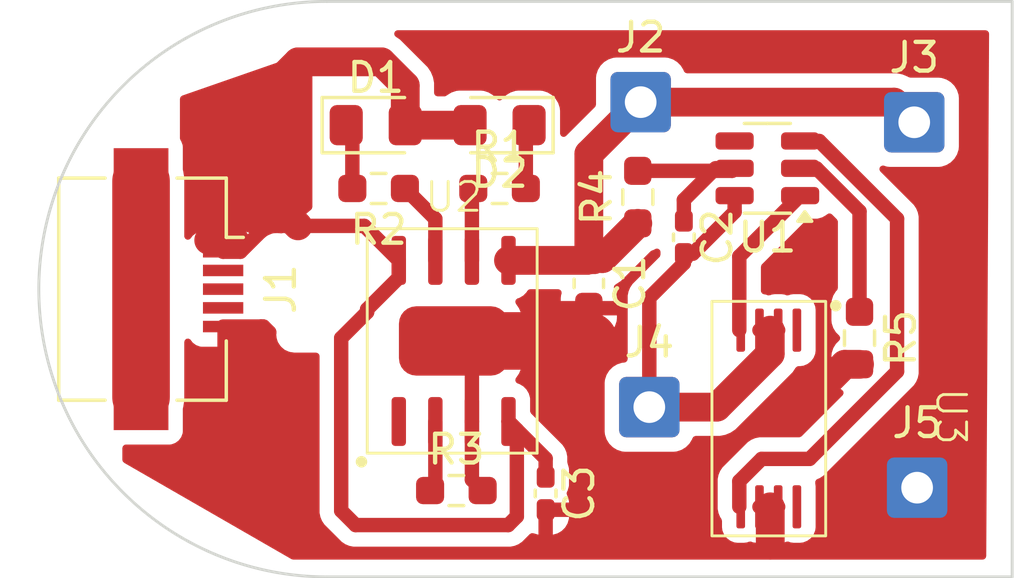
<source format=kicad_pcb>
(kicad_pcb (version 20240108) (generator "pcbnew") (generator_version "8.0")
  (layers (0 "F.Cu" signal) (31 "B.Cu" signal) (34 "B.Paste" user) (35 "F.Paste" user) (36 "B.SilkS" user "B.Silkscreen") (37 "F.SilkS" user "F.Silkscreen") (38 "B.Mask" user) (39 "F.Mask" user) (44 "Edge.Cuts" user))
  (net 0 "")
  (net 1 "Net-(J2-Pin_1)")
  (net 2 "GND")
  (net 3 "Net-(J4-Pin_1)")
  (net 4 "Net-(U1-VDD)")
  (net 5 "/VCC")
  (net 6 "Net-(D1-K)")
  (net 7 "Net-(D2-K)")
  (net 9 "/GND_SHIELD")
  (net 12 "Net-(U2-STAT2)")
  (net 13 "Net-(U2-STAT1)")
  (net 14 "Net-(U2-ISET)")
  (net 15 "Net-(U1-VM)")
  (net 17 "Net-(U1-CO)")
  (net 18 "Net-(U1-DO)")
  (footprint "Resistor_SMD:R_0603_1608Metric_Pad0.98x0.95mm_HandSolder" (layer "F.Cu") (at 121.8 106.5 180)
    (property "Reference" "R2" (at 0 -1.43 180) (layer "F.SilkS"))
    (property "Value" "1k")
    (fp_line (start -0.254724 0.5225) (end 0.254724 0.5225) (stroke (width 0.12)) (layer "F.SilkS"))
    (fp_line (start -0.254724 -0.5225) (end 0.254724 -0.5225) (stroke (width 0.12)) (layer "F.SilkS"))
    (pad "1" smd roundrect (at -0.9125 0 180) (size 0.975 0.95) (layers "F.Cu" "F.Paste" "F.Mask") (net 13 "Net-(U2-STAT1)"))
    (pad "2" smd roundrect (at 0.9125 0 180) (size 0.975 0.95) (layers "F.Cu" "F.Paste" "F.Mask") (net 6 "Net-(D1-K)"))
  )
  (footprint "Resistor_SMD:R_0603_1608Metric_Pad0.98x0.95mm_HandSolder" (layer "F.Cu") (at 126 106.5)
    (property "Reference" "R1" (at 0 -1.43 0) (layer "F.SilkS"))
    (property "Value" "1k")
    (fp_line (start -0.254724 -0.5225) (end 0.254724 -0.5225) (stroke (width 0.12)) (layer "F.SilkS"))
    (fp_line (start -0.254724 0.5225) (end 0.254724 0.5225) (stroke (width 0.12)) (layer "F.SilkS"))
    (pad "1" smd roundrect (at -0.9125 0) (size 0.975 0.95) (layers "F.Cu" "F.Paste" "F.Mask") (net 12 "Net-(U2-STAT2)"))
    (pad "2" smd roundrect (at 0.9125 0) (size 0.975 0.95) (layers "F.Cu" "F.Paste" "F.Mask") (net 7 "Net-(D2-K)"))
  )
  (footprint "Capacitor_SMD:C_0402_1005Metric_Pad0.74x0.62mm_HandSolder" (layer "F.Cu") (at 132.4 108.2 -90)
    (property "Reference" "C2" (at 0 -1.16 90) (layer "F.SilkS"))
    (property "Value" "0.1u")
    (fp_line (start -0.115835 0.36) (end 0.115835 0.36) (stroke (width 0.12)) (layer "F.SilkS"))
    (fp_line (start -0.115835 -0.36) (end 0.115835 -0.36) (stroke (width 0.12)) (layer "F.SilkS"))
    (pad "1" smd roundrect (at -0.5675 0 270) (size 0.735 0.62) (layers "F.Cu" "F.Paste" "F.Mask") (net 4 "Net-(U1-VDD)"))
    (pad "2" smd roundrect (at 0.5675 0 270) (size 0.735 0.62) (layers "F.Cu" "F.Paste" "F.Mask") (net 3 "Net-(J4-Pin_1)"))
  )
  (footprint "Connector_Wire:SolderWire-0.5sqmm_1x01_D0.9mm_OD2.1mm" (layer "F.Cu") (at 140.4 104.2)
    (property "Reference" "J3" (at 0 -2.25 0) (layer "F.SilkS"))
    (property "Value" "BATTERY+")
    (pad "1" thru_hole roundrect (at 0 0) (size 2.1 2.1) (drill 1.1) (layers "*.Cu" "*.Mask") (roundrect_rratio 0.119048) (net 1 "Net-(J2-Pin_1)"))
  )
  (footprint "Connector_USB:USB_Micro-B_Amphenol_10104110_Horizontal" (layer "F.Cu") (at 114.85 110 -90)
    (property "Reference" "J1" (at 0 -3.55 90) (layer "F.SilkS"))
    (property "Value" "USB_B_Micro")
    (fp_line (start -3.86 4.16) (end 3.86 4.16) (stroke (width 0.12)) (layer "F.SilkS"))
    (fp_line (start -3.86 4.16) (end -3.86 2.55) (stroke (width 0.12)) (layer "F.SilkS"))
    (fp_line (start 3.86 4.16) (end 3.86 2.55) (stroke (width 0.12)) (layer "F.SilkS"))
    (fp_line (start -3.86 0.05) (end -3.86 -1.66) (stroke (width 0.12)) (layer "F.SilkS"))
    (fp_line (start 3.86 0.05) (end 3.86 -1.66) (stroke (width 0.12)) (layer "F.SilkS"))
    (fp_line (start -3.86 -1.66) (end -1.8 -1.66) (stroke (width 0.12)) (layer "F.SilkS"))
    (fp_line (start -1.8 -1.66) (end -1.8 -2.25) (stroke (width 0.12)) (layer "F.SilkS"))
    (fp_line (start 3.86 -1.66) (end 1.8 -1.66) (stroke (width 0.12)) (layer "F.SilkS"))
    (pad "1" smd rect (at -1.3 -1.55 270) (size 0.4 1.4) (layers "F.Cu" "F.Paste" "F.Mask") (net 5 "/VCC"))
    (pad "2" smd rect (at -0.65 -1.55 270) (size 0.4 1.4) (layers "F.Cu" "F.Paste" "F.Mask"))
    (pad "3" smd rect (at 0 -1.55 270) (size 0.4 1.4) (layers "F.Cu" "F.Paste" "F.Mask"))
    (pad "4" smd rect (at 0.65 -1.55 270) (size 0.4 1.4) (layers "F.Cu" "F.Paste" "F.Mask"))
    (pad "5" smd rect (at 1.3 -1.55 270) (size 0.4 1.4) (layers "F.Cu" "F.Paste" "F.Mask") (net 2 "GND"))
    (pad "6" smd rect (at -3.75 1.3 270) (size 2.3 1.9) (layers "F.Cu" "F.Paste" "F.Mask") (net 9 "/GND_SHIELD"))
    (pad "6" smd rect (at -1.15 1.3 270) (size 1.8 1.9) (layers "F.Cu" "F.Paste" "F.Mask") (net 9 "/GND_SHIELD"))
    (pad "6" smd rect (at 1.15 1.3 270) (size 1.8 1.9) (layers "F.Cu" "F.Paste" "F.Mask") (net 9 "/GND_SHIELD"))
    (pad "6" smd rect (at 3.75 1.3 270) (size 2.3 1.9) (layers "F.Cu" "F.Paste" "F.Mask") (net 9 "/GND_SHIELD"))
  )
  (footprint "Connector_Wire:SolderWire-0.5sqmm_1x01_D0.9mm_OD2.1mm" (layer "F.Cu") (at 140.5 116.9)
    (property "Reference" "J5" (at 0 -2.25 0) (layer "F.SilkS"))
    (property "Value" "OUT-")
    (pad "1" thru_hole roundrect (at 0 0) (size 2.1 2.1) (drill 1.1) (layers "*.Cu" "*.Mask") (roundrect_rratio 0.119048) (net 2 "GND"))
  )
  (footprint "Capacitor_SMD:C_0603_1608Metric_Pad1.08x0.95mm_HandSolder" (layer "F.Cu") (at 129.1 109.8 -90)
    (property "Reference" "C1" (at 0 -1.43 90) (layer "F.SilkS"))
    (property "Value" "10u")
    (fp_line (start -0.146267 0.51) (end 0.146267 0.51) (stroke (width 0.12)) (layer "F.SilkS"))
    (fp_line (start -0.146267 -0.51) (end 0.146267 -0.51) (stroke (width 0.12)) (layer "F.SilkS"))
    (pad "1" smd roundrect (at -0.8625 0 270) (size 1.075 0.95) (layers "F.Cu" "F.Paste" "F.Mask") (net 1 "Net-(J2-Pin_1)"))
    (pad "2" smd roundrect (at 0.8625 0 270) (size 1.075 0.95) (layers "F.Cu" "F.Paste" "F.Mask") (net 2 "GND"))
  )
  (footprint "Package_TO_SOT_SMD:SOT-23-6" (layer "F.Cu") (at 135.3 105.8 180)
    (property "Reference" "U1" (at 0 -2.4 180) (layer "F.SilkS"))
    (property "Value" "AP9101CK6")
    (fp_line (start 0 1.56) (end 0.8 1.56) (stroke (width 0.12)) (layer "F.SilkS"))
    (fp_line (start 0 1.56) (end -0.8 1.56) (stroke (width 0.12)) (layer "F.SilkS"))
    (fp_line (start 0 -1.56) (end 0.8 -1.56) (stroke (width 0.12)) (layer "F.SilkS"))
    (fp_line (start 0 -1.56) (end -0.8 -1.56) (stroke (width 0.12)) (layer "F.SilkS"))
    (fp_poly (pts (xy -1.3 -1.51) (xy -1.54 -1.84) (xy -1.06 -1.84) (xy -1.3 -1.51)) (stroke (width 0.12)) (fill solid) (layer "F.SilkS"))
    (pad "1" smd roundrect (at -1.1375 -0.95 180) (size 1.325 0.6) (layers "F.Cu" "F.Paste" "F.Mask") (net 18 "Net-(U1-DO)"))
    (pad "2" smd roundrect (at -1.1375 0 180) (size 1.325 0.6) (layers "F.Cu" "F.Paste" "F.Mask") (net 15 "Net-(U1-VM)"))
    (pad "3" smd roundrect (at -1.1375 0.95 180) (size 1.325 0.6) (layers "F.Cu" "F.Paste" "F.Mask") (net 17 "Net-(U1-CO)"))
    (pad "4" smd roundrect (at 1.1375 0.95 180) (size 1.325 0.6) (layers "F.Cu" "F.Paste" "F.Mask"))
    (pad "5" smd roundrect (at 1.1375 0 180) (size 1.325 0.6) (layers "F.Cu" "F.Paste" "F.Mask") (net 4 "Net-(U1-VDD)"))
    (pad "6" smd roundrect (at 1.1375 -0.95 180) (size 1.325 0.6) (layers "F.Cu" "F.Paste" "F.Mask") (net 3 "Net-(J4-Pin_1)"))
  )
  (footprint "TP4056:TP4056" (layer "F.Cu") (at 124.405 111.8)
    (property "Reference" "U2" (at 0 -5 0) (layer "F.SilkS") (effects (font (thickness 0.1))))
    (property "Value" "TP4056" (hide yes))
    (fp_line (start -3 -3.9) (end -2.9 -3.9) (stroke (width 0.1)) (layer "F.SilkS"))
    (fp_line (start -3 3.9) (end -3 -3.9) (stroke (width 0.1)) (layer "F.SilkS"))
    (fp_line (start -2.9 -3.9) (end -2.7 -3.9) (stroke (width 0.1)) (layer "F.SilkS"))
    (fp_line (start -2.9 -3.9) (end 2.9 -3.9) (stroke (width 0.1)) (layer "F.SilkS"))
    (fp_line (start 2.9 -3.9) (end 2.9 3.9) (stroke (width 0.1)) (layer "F.SilkS"))
    (fp_line (start 2.9 3.9) (end -3 3.9) (stroke (width 0.1)) (layer "F.SilkS"))
    (fp_circle (center -3.2 4.2) (end -3.1 4.2) (stroke (width 0.2)) (fill none) (layer "F.SilkS"))
    (pad "1" smd roundrect (at -1.905 2.8) (size 0.5 1.7) (layers "F.Cu" "F.Paste" "F.Mask"))
    (pad "2" smd roundrect (at -0.635 2.8) (size 0.5 1.7) (layers "F.Cu" "F.Paste" "F.Mask") (net 14 "Net-(U2-ISET)"))
    (pad "3" smd roundrect (at 0.635 2.8) (size 0.5 1.7) (layers "F.Cu" "F.Paste" "F.Mask") (net 2 "GND"))
    (pad "4" smd roundrect (at 1.905 2.8) (size 0.5 1.7) (layers "F.Cu" "F.Paste" "F.Mask") (net 5 "/VCC"))
    (pad "5" smd roundrect (at 1.905 -2.8) (size 0.5 1.7) (layers "F.Cu" "F.Paste" "F.Mask") (net 1 "Net-(J2-Pin_1)"))
    (pad "6" smd roundrect (at 0.635 -2.8) (size 0.5 1.7) (layers "F.Cu" "F.Paste" "F.Mask") (net 12 "Net-(U2-STAT2)"))
    (pad "7" smd roundrect (at -0.635 -2.8) (size 0.5 1.7) (layers "F.Cu" "F.Paste" "F.Mask") (net 13 "Net-(U2-STAT1)"))
    (pad "8" smd roundrect (at -1.905 -2.8) (size 0.5 1.7) (layers "F.Cu" "F.Paste" "F.Mask") (net 5 "/VCC"))
    (pad "9" smd roundrect (at 0 0) (size 3.8 2.41) (layers "F.Cu" "F.Paste" "F.Mask") (net 2 "GND"))
  )
  (footprint "Diode_SMD:D_0805_2012Metric_Pad1.15x1.40mm_HandSolder" (layer "F.Cu") (at 126 104.3 180)
    (property "Reference" "D2" (at 0 -1.65 180) (layer "F.SilkS"))
    (property "Value" "D")
    (fp_line (start 1 -0.96) (end -1.86 -0.96) (stroke (width 0.12)) (layer "F.SilkS"))
    (fp_line (start -1.86 0.96) (end 1 0.96) (stroke (width 0.12)) (layer "F.SilkS"))
    (fp_line (start -1.86 -0.96) (end -1.86 0.96) (stroke (width 0.12)) (layer "F.SilkS"))
    (pad "1" smd roundrect (at -1.025 0 180) (size 1.15 1.4) (layers "F.Cu" "F.Paste" "F.Mask") (roundrect_rratio 0.217391) (net 7 "Net-(D2-K)"))
    (pad "2" smd roundrect (at 1.025 0 180) (size 1.15 1.4) (layers "F.Cu" "F.Paste" "F.Mask") (roundrect_rratio 0.217391) (net 5 "/VCC"))
  )
  (footprint "8205A:8205A" (layer "F.Cu") (at 136.325 111.425 -90)
    (property "Reference" "U3" (at 3 -5.35 -90) (layer "F.SilkS") (effects (font (thickness 0.1))))
    (property "Value" "8205A")
    (fp_rect (start -1 -1) (end 7.15 2.95) (stroke (width 0.1)) (fill none) (layer "F.SilkS"))
    (fp_circle (center -0.85 -1.35) (end -0.75 -1.35) (stroke (width 0.2)) (fill none) (layer "F.SilkS"))
    (pad "1" smd roundrect (at 0 0 270) (size 1.5 0.3) (layers "F.Cu" "F.Paste" "F.Mask"))
    (pad "2" smd roundrect (at 0 0.65 270) (size 1.5 0.3) (layers "F.Cu" "F.Paste" "F.Mask") (net 3 "Net-(J4-Pin_1)"))
    (pad "3" smd roundrect (at 0 1.3 270) (size 1.5 0.3) (layers "F.Cu" "F.Paste" "F.Mask") (net 3 "Net-(J4-Pin_1)"))
    (pad "4" smd roundrect (at 0 1.95 270) (size 1.5 0.3) (layers "F.Cu" "F.Paste" "F.Mask") (net 18 "Net-(U1-DO)"))
    (pad "5" smd roundrect (at 6.14 1.95 270) (size 1.5 0.3) (layers "F.Cu" "F.Paste" "F.Mask") (net 17 "Net-(U1-CO)"))
    (pad "6" smd roundrect (at 6.14 1.3 270) (size 1.5 0.3) (layers "F.Cu" "F.Paste" "F.Mask") (net 2 "GND"))
    (pad "7" smd roundrect (at 6.14 0.65 270) (size 1.5 0.3) (layers "F.Cu" "F.Paste" "F.Mask") (net 2 "GND"))
    (pad "8" smd roundrect (at 6.14 0 270) (size 1.5 0.3) (layers "F.Cu" "F.Paste" "F.Mask"))
  )
  (footprint "Capacitor_SMD:C_0402_1005Metric_Pad0.74x0.62mm_HandSolder" (layer "F.Cu") (at 127.6 117.1 -90)
    (property "Reference" "C3" (at 0 -1.16 90) (layer "F.SilkS"))
    (property "Value" "10u")
    (fp_line (start -0.115835 0.36) (end 0.115835 0.36) (stroke (width 0.12)) (layer "F.SilkS"))
    (fp_line (start -0.115835 -0.36) (end 0.115835 -0.36) (stroke (width 0.12)) (layer "F.SilkS"))
    (pad "1" smd roundrect (at -0.5675 0 270) (size 0.735 0.62) (layers "F.Cu" "F.Paste" "F.Mask") (net 5 "/VCC"))
    (pad "2" smd roundrect (at 0.5675 0 270) (size 0.735 0.62) (layers "F.Cu" "F.Paste" "F.Mask") (net 2 "GND"))
  )
  (footprint "Connector_Wire:SolderWire-0.5sqmm_1x01_D0.9mm_OD2.1mm" (layer "F.Cu") (at 130.9 103.5)
    (property "Reference" "J2" (at 0 -2.25 0) (layer "F.SilkS"))
    (property "Value" "OUT+")
    (pad "1" thru_hole roundrect (at 0 0) (size 2.1 2.1) (drill 1.1) (layers "*.Cu" "*.Mask") (roundrect_rratio 0.119048) (net 1 "Net-(J2-Pin_1)"))
  )
  (footprint "Connector_Wire:SolderWire-0.5sqmm_1x01_D0.9mm_OD2.1mm" (layer "F.Cu") (at 131.2 114.1)
    (property "Reference" "J4" (at 0 -2.25 0) (layer "F.SilkS"))
    (property "Value" "BATTERY-")
    (pad "1" thru_hole roundrect (at 0 0) (size 2.1 2.1) (drill 1.1) (layers "*.Cu" "*.Mask") (roundrect_rratio 0.119048) (net 3 "Net-(J4-Pin_1)"))
  )
  (footprint "Resistor_SMD:R_0603_1608Metric_Pad0.98x0.95mm_HandSolder" (layer "F.Cu") (at 130.8 106.8 90)
    (property "Reference" "R4" (at 0 -1.43 -90) (layer "F.SilkS"))
    (property "Value" "100")
    (fp_line (start -0.254724 -0.5225) (end 0.254724 -0.5225) (stroke (width 0.12)) (layer "F.SilkS"))
    (fp_line (start -0.254724 0.5225) (end 0.254724 0.5225) (stroke (width 0.12)) (layer "F.SilkS"))
    (pad "1" smd roundrect (at -0.9125 0 90) (size 0.975 0.95) (layers "F.Cu" "F.Paste" "F.Mask") (net 1 "Net-(J2-Pin_1)"))
    (pad "2" smd roundrect (at 0.9125 0 90) (size 0.975 0.95) (layers "F.Cu" "F.Paste" "F.Mask") (net 4 "Net-(U1-VDD)"))
  )
  (footprint "Resistor_SMD:R_0603_1608Metric_Pad0.98x0.95mm_HandSolder" (layer "F.Cu") (at 124.5 117)
    (property "Reference" "R3" (at 0 -1.43 0) (layer "F.SilkS"))
    (property "Value" "1.2k")
    (fp_line (start -0.254724 -0.5225) (end 0.254724 -0.5225) (stroke (width 0.12)) (layer "F.SilkS"))
    (fp_line (start -0.254724 0.5225) (end 0.254724 0.5225) (stroke (width 0.12)) (layer "F.SilkS"))
    (pad "1" smd roundrect (at -0.9125 0) (size 0.975 0.95) (layers "F.Cu" "F.Paste" "F.Mask") (net 14 "Net-(U2-ISET)"))
    (pad "2" smd roundrect (at 0.9125 0) (size 0.975 0.95) (layers "F.Cu" "F.Paste" "F.Mask") (net 2 "GND"))
  )
  (footprint "Diode_SMD:D_0805_2012Metric_Pad1.15x1.40mm_HandSolder" (layer "F.Cu") (at 121.7 104.3)
    (property "Reference" "D1" (at 0 -1.65 0) (layer "F.SilkS"))
    (property "Value" "D")
    (fp_line (start -1.86 -0.96) (end -1.86 0.96) (stroke (width 0.12)) (layer "F.SilkS"))
    (fp_line (start -1.86 0.96) (end 1 0.96) (stroke (width 0.12)) (layer "F.SilkS"))
    (fp_line (start 1 -0.96) (end -1.86 -0.96) (stroke (width 0.12)) (layer "F.SilkS"))
    (pad "1" smd roundrect (at -1.025 0) (size 1.15 1.4) (layers "F.Cu" "F.Paste" "F.Mask") (roundrect_rratio 0.217391) (net 6 "Net-(D1-K)"))
    (pad "2" smd roundrect (at 1.025 0) (size 1.15 1.4) (layers "F.Cu" "F.Paste" "F.Mask") (roundrect_rratio 0.217391) (net 5 "/VCC"))
  )
  (footprint "Resistor_SMD:R_0603_1608Metric_Pad0.98x0.95mm_HandSolder" (layer "F.Cu") (at 138.5 111.7 -90)
    (property "Reference" "R5" (at 0 -1.43 90) (layer "F.SilkS"))
    (property "Value" "1k")
    (fp_line (start -0.254724 0.5225) (end 0.254724 0.5225) (stroke (width 0.12)) (layer "F.SilkS"))
    (fp_line (start -0.254724 -0.5225) (end 0.254724 -0.5225) (stroke (width 0.12)) (layer "F.SilkS"))
    (pad "1" smd roundrect (at -0.9125 0 270) (size 0.975 0.95) (layers "F.Cu" "F.Paste" "F.Mask") (net 15 "Net-(U1-VM)"))
    (pad "2" smd roundrect (at 0.9125 0 270) (size 0.975 0.95) (layers "F.Cu" "F.Paste" "F.Mask") (net 2 "GND"))
  )
  (gr_line (start 120 100) (end 143.8 100) (stroke (width 0.1)) (layer "Edge.Cuts"))
  (gr_line (start 120 120) (end 143.8 120) (stroke (width 0.1)) (layer "Edge.Cuts"))
  (gr_arc (start 120 120) (mid 110 110) (end 120 100) (stroke (width 0.1)) (layer "Edge.Cuts"))
  (gr_line (start 143.8 120) (end 143.8 100) (stroke (width 0.1)) (layer "Edge.Cuts"))
  (segment (start 129.0375 109) (end 129.1 108.9375) (width 1) (layer "F.Cu") (net 1))
  (segment (start 130.9 103.5) (end 129.1 105.3) (width 1) (layer "F.Cu") (net 1))
  (segment (start 129.575 108.9375) (end 130.8 107.7125) (width 1) (layer "F.Cu") (net 1))
  (segment (start 130.9 103.5) (end 139.7 103.5) (width 1) (layer "F.Cu") (net 1))
  (segment (start 139.7 103.5) (end 140.4 104.2) (width 1) (layer "F.Cu") (net 1))
  (segment (start 129.1 108.9375) (end 129.575 108.9375) (width 1) (layer "F.Cu") (net 1))
  (segment (start 129.1 105.3) (end 129.1 108.9375) (width 1) (layer "F.Cu") (net 1))
  (segment (start 126.31 109) (end 129.0375 109) (width 1) (layer "F.Cu") (net 1))
  (segment (start 139.6 117.7) (end 141.7 117.7) (width 2) (layer "F.Cu") (net 2))
  (segment (start 135.025 117.565) (end 135.4 117.565) (width 0.5) (layer "F.Cu") (net 2))
  (segment (start 137.9875 112.6125) (end 137 113.6) (width 1) (layer "F.Cu") (net 2))
  (segment (start 116.6 111.9) (end 117 111.5) (width 0.5) (layer "F.Cu") (net 2))
  (segment (start 135.4 117.565) (end 135.4 118.9) (width 1) (layer "F.Cu") (net 2))
  (segment (start 125.04 112.435) (end 124.405 111.8) (width 0.5) (layer "F.Cu") (net 2))
  (segment (start 125.04 114.6) (end 125.04 116.6275) (width 0.5) (layer "F.Cu") (net 2))
  (segment (start 116.4 111.3) (end 117.8 111.3) (width 0.5) (layer "F.Cu") (net 2))
  (segment (start 141.7 116.1) (end 141.8 116) (width 2) (layer "F.Cu") (net 2))
  (segment (start 135.4 118.9) (end 135.3 119) (width 0.5) (layer "F.Cu") (net 2))
  (segment (start 117.8 111.9) (end 116.6 111.9) (width 0.5) (layer "F.Cu") (net 2))
  (segment (start 118 111.5) (end 117 111.5) (width 0.5) (layer "F.Cu") (net 2))
  (segment (start 137 113.6) (end 137.35 113.25) (width 1) (layer "F.Cu") (net 2))
  (segment (start 124.405 111.8) (end 129.1 111.8) (width 2) (layer "F.Cu") (net 2))
  (segment (start 125.04 116.6275) (end 125.4125 117) (width 0.5) (layer "F.Cu") (net 2))
  (segment (start 127.8 111.8) (end 128 112) (width 0.5) (layer "F.Cu") (net 2))
  (segment (start 117.8 111.3) (end 118 111.5) (width 0.5) (layer "F.Cu") (net 2))
  (segment (start 139.6 116) (end 140.5 116.9) (width 2) (layer "F.Cu") (net 2))
  (segment (start 141.8 116) (end 139.6 116) (width 2) (layer "F.Cu") (net 2))
  (segment (start 141.7 117.7) (end 141.7 116.1) (width 2) (layer "F.Cu") (net 2))
  (segment (start 125.04 114.6) (end 125.04 112.435) (width 0.5) (layer "F.Cu") (net 2))
  (segment (start 138.5 112.6125) (end 137.9875 112.6125) (width 1) (layer "F.Cu") (net 2))
  (segment (start 135.4 117.565) (end 135.675 117.565) (width 0.5) (layer "F.Cu") (net 2))
  (segment (start 132.4 109.1) (end 131.2 110.3) (width 0.5) (layer "F.Cu") (net 3))
  (segment (start 133.548094 114.1) (end 135.4 112.248094) (width 1) (layer "F.Cu") (net 3))
  (segment (start 132.71 108.7675) (end 132.4 108.7675) (width 0.5) (layer "F.Cu") (net 3))
  (segment (start 131.2 110.3) (end 131.2 114.1) (width 0.5) (layer "F.Cu") (net 3))
  (segment (start 134.1625 106.75) (end 134.1625 107.315) (width 0.5) (layer "F.Cu") (net 3))
  (segment (start 134.1625 107.315) (end 132.71 108.7675) (width 0.5) (layer "F.Cu") (net 3))
  (segment (start 135.4 111.425) (end 135.675 111.425) (width 0.5) (layer "F.Cu") (net 3))
  (segment (start 131.2 114.1) (end 133.548094 114.1) (width 1) (layer "F.Cu") (net 3))
  (segment (start 135.025 111.425) (end 135.4 111.425) (width 0.5) (layer "F.Cu") (net 3))
  (segment (start 132.4 108.7675) (end 132.4 109.1) (width 0.5) (layer "F.Cu") (net 3))
  (segment (start 135.4 112.248094) (end 135.4 111.425) (width 1) (layer "F.Cu") (net 3))
  (segment (start 134.075 105.8875) (end 134.1625 105.8) (width 0.5) (layer "F.Cu") (net 4))
  (segment (start 130.8 105.8875) (end 134.075 105.8875) (width 0.5) (layer "F.Cu") (net 4))
  (segment (start 132.4 106.900001) (end 133.500001 105.8) (width 0.5) (layer "F.Cu") (net 4))
  (segment (start 132.4 107.6325) (end 132.4 106.900001) (width 0.5) (layer "F.Cu") (net 4))
  (segment (start 133.500001 105.8) (end 134.1625 105.8) (width 0.5) (layer "F.Cu") (net 4))
  (segment (start 118.5 102.6) (end 118.5 107.3) (width 1) (layer "F.Cu") (net 5))
  (segment (start 116.8 108.3) (end 116.4 108.7) (width 0.5) (layer "F.Cu") (net 5))
  (segment (start 122.5 109) (end 122.5 109.6) (width 0.5) (layer "F.Cu") (net 5))
  (segment (start 126.3 118.2) (end 126.6 117.9) (width 0.5) (layer "F.Cu") (net 5))
  (segment (start 115.9 108.3) (end 116.8 108.3) (width 1) (layer "F.Cu") (net 5))
  (segment (start 122.725 104.3) (end 122.725 102.925) (width 1) (layer "F.Cu") (net 5))
  (segment (start 120.5 111.7) (end 120.5 117.7) (width 0.5) (layer "F.Cu") (net 5))
  (segment (start 127.6 116.5325) (end 127.6 115.89) (width 0.5) (layer "F.Cu") (net 5))
  (segment (start 122.725 102.925) (end 121.9 102.1) (width 1) (layer "F.Cu") (net 5))
  (segment (start 121 118.2) (end 126.3 118.2) (width 0.5) (layer "F.Cu") (net 5))
  (segment (start 116.4 108.7) (end 117 108.7) (width 0.5) (layer "F.Cu") (net 5))
  (segment (start 121.4 110.8) (end 120.5 111.7) (width 0.5) (layer "F.Cu") (net 5))
  (segment (start 117 108.7) (end 117.9 107.8) (width 0.5) (layer "F.Cu") (net 5))
  (segment (start 118.5 107.3) (end 119 107.8) (width 1) (layer "F.Cu") (net 5))
  (segment (start 122.5 109.6) (end 121.4 110.7) (width 0.5) (layer "F.Cu") (net 5))
  (segment (start 121.9 102.1) (end 119 102.1) (width 1) (layer "F.Cu") (net 5))
  (segment (start 124.975 104.3) (end 122.725 104.3) (width 1) (layer "F.Cu") (net 5))
  (segment (start 126.6 114.89) (end 126.31 114.6) (width 0.5) (layer "F.Cu") (net 5))
  (segment (start 120.5 117.7) (end 121 118.2) (width 0.5) (layer "F.Cu") (net 5))
  (segment (start 121.3 107.8) (end 122.5 109) (width 0.5) (layer "F.Cu") (net 5))
  (segment (start 127.6 115.89) (end 126.31 114.6) (width 0.5) (layer "F.Cu") (net 5))
  (segment (start 119 102.1) (end 118.5 102.6) (width 1) (layer "F.Cu") (net 5))
  (segment (start 126.6 117.9) (end 126.6 114.89) (width 0.5) (layer "F.Cu") (net 5))
  (segment (start 117.9 107.8) (end 119 107.8) (width 0.5) (layer "F.Cu") (net 5))
  (segment (start 119 107.8) (end 121.3 107.8) (width 0.5) (layer "F.Cu") (net 5))
  (segment (start 121.4 110.7) (end 121.4 110.8) (width 0.5) (layer "F.Cu") (net 5))
  (segment (start 120.8875 104.5125) (end 120.675 104.3) (width 0.5) (layer "F.Cu") (net 6))
  (segment (start 120.8875 106.5) (end 120.8875 104.5125) (width 0.5) (layer "F.Cu") (net 6))
  (segment (start 126.9125 104.4125) (end 127.025 104.3) (width 0.5) (layer "F.Cu") (net 7))
  (segment (start 126.9125 106.5) (end 126.9125 104.4125) (width 0.5) (layer "F.Cu") (net 7))
  (segment (start 113.55 106.25) (end 113.55 113.75) (width 2) (layer "F.Cu") (net 9))
  (segment (start 125.04 106.5475) (end 125.0875 106.5) (width 0.5) (layer "F.Cu") (net 12))
  (segment (start 125.04 109) (end 125.04 106.5475) (width 0.5) (layer "F.Cu") (net 12))
  (segment (start 123.77 107.5575) (end 122.7125 106.5) (width 0.5) (layer "F.Cu") (net 13))
  (segment (start 123.77 109) (end 123.77 107.5575) (width 0.5) (layer "F.Cu") (net 13))
  (segment (start 123.77 116.8175) (end 123.5875 117) (width 0.5) (layer "F.Cu") (net 14))
  (segment (start 123.77 114.6) (end 123.77 116.8175) (width 0.5) (layer "F.Cu") (net 14))
  (segment (start 138.5 107.297316) (end 137.002684 105.8) (width 0.5) (layer "F.Cu") (net 15))
  (segment (start 138.5 110.7875) (end 138.5 107.297316) (width 0.5) (layer "F.Cu") (net 15))
  (segment (start 137.002684 105.8) (end 136.4375 105.8) (width 0.5) (layer "F.Cu") (net 15))
  (segment (start 139.803122 112.861878) (end 136.765 115.9) (width 0.5) (layer "F.Cu") (net 17))
  (segment (start 136.4375 104.85) (end 137.099999 104.85) (width 0.5) (layer "F.Cu") (net 17))
  (segment (start 135.1 115.9) (end 134.325 116.675) (width 0.5) (layer "F.Cu") (net 17))
  (segment (start 137.099999 104.85) (end 139.803122 107.553123) (width 0.5) (layer "F.Cu") (net 17))
  (segment (start 134.325 116.675) (end 134.325 117.565) (width 0.5) (layer "F.Cu") (net 17))
  (segment (start 139.803122 107.553123) (end 139.803122 112.861878) (width 0.5) (layer "F.Cu") (net 17))
  (segment (start 136.765 115.9) (end 135.1 115.9) (width 0.5) (layer "F.Cu") (net 17))
  (segment (start 136.4375 106.75) (end 134.325 108.8625) (width 0.5) (layer "F.Cu") (net 18))
  (segment (start 134.325 108.8625) (end 134.325 111.425) (width 0.5) (layer "F.Cu") (net 18))
  (zone (net 2) (net_name "GND") (layer "F.Cu") (connect_pads (clearance 0.5)) (min_thickness 0.25) (fill yes (thermal_gap 0.5) (thermal_bridge_width 0.5))
    (polygon (pts (xy 112.9 104.1) (xy 118.9 101) (xy 143 101) (xy 142.9 119.4) (xy 118.8 119.4) (xy 112.9 116)))
  )
  (zone (net 5) (net_name "/VCC") (layer "F.Cu") (priority 1) (connect_pads (clearance 0.5)) (min_thickness 0.25) (fill yes (thermal_gap 0.5) (thermal_bridge_width 0.5))
    (polygon (pts (xy 114.9 108.7) (xy 117.7 108.7) (xy 119.5 107.2) (xy 119.5 101.7) (xy 114.9 103.3)))
  )
)
</source>
